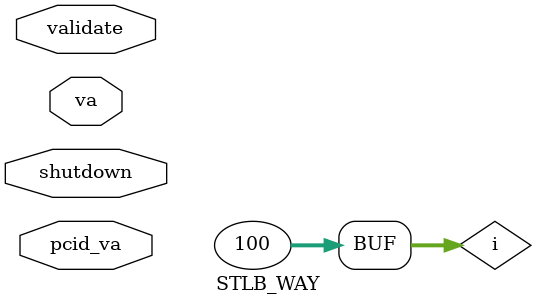
<source format=v>

/********************************************************************
                            PLRU tree
*********************************************************************

      0b  
    /    \
  1b      2b
 /  \    /  \
3b   4b 5b   6b

if nb is 1 it direct to the right, else(0) to the left. 

In memory representation:
|0b|1b|2b|3b|4b|5b|6b|

To go to the next bit in tree representation use ind*2 + 1 or 2, 1 - to the left
and 2 - to the right.

For each hit or new insertion in cache there's a need to rebuild plru-tree. 
*/ 

module WAY 
#(  parameter SADDR=64, // size of address
    parameter SPAGE=12, // size of page
    parameter NSET=8,   // set number
    parameter SPCID=12, // size of pcid
    parameter NWAY=8    // way number
)  ();

    reg [SADDR-$clog2(NWAY)-1:0]    tag  [NSET-1:0];
    reg [SPCID-1:0]                 pcid [NSET-1:0];
    reg [SADDR-SPAGE-1:0]           pa   [NSET-1:0];

    integer i;
    initial begin
        for (i = 0; i < NSET; i = i + 1) begin
            pa[i]   = 0;        
            pcid[i] = 0;
            tag[i]  = 0;
        end        
    end
endmodule

/********************************************************************
                            (MRU+1)%3 PLRU-4
*********************************************************************

      0b  
    /    \
  1b      2b
 /  \    /  \
3b   4b 5b   6b

if nb is 1 it direct to the right, else(0) to the left. 

In memory representation:
|0b|1b|2b|3b|4b|5b|6b|

To go to the next bit in tree representation use ind*2 + 1 or 2, 1 - to the left
and 2 - to the right.

For each hit or new insertion in cache there's a need to rebuild plru-tree. 
*/ 

module STLB_WAY 
#(  parameter SADDR=64, // size of address
    parameter SPAGE=12, // size of page
    parameter NSET=100,   // set number
    parameter SPCID=12, // size of pcid
    parameter NWAY=12    // way number
)  
(
    input shutdown, 
    input validate, 
    input [SPAGE-1:0] va,
    input [SPCID-1:0] pcid_va
);

    reg [SADDR-$clog2(NWAY)-1:0]    tag  [NSET-1:0];
    reg [SPCID-1:0]                 pcid [NSET-1:0];
    reg [SADDR-SPAGE-1:0]           pa   [NSET-1:0];
    reg                             valid[NSET-1:0]; // valid bit

    integer i;
    initial begin
        for (i = 0; i < NSET; i = i + 1) begin
            pa[i]   = 0;        
            pcid[i] = 0;
            tag[i]  = 0;
            valid[i]    = 0;
        end        
    end

    always @(posedge shutdown) begin: shutdown_stlb
        integer  s_ind;
        for (s_ind = 0; s_ind < NSET; s_ind = s_ind + 1) begin
            tag[s_ind]  <= 0;
            pcid[s_ind] <= 0;
            pa[s_ind]   <= 0;
            valid[s_ind]<= 0; 
        end
    end
endmodule
</source>
